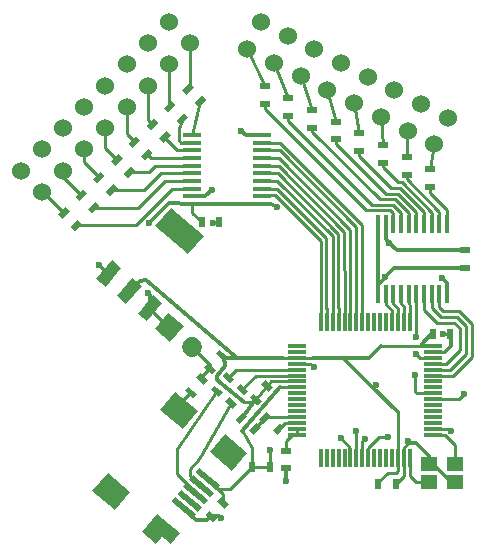
<source format=gtl>
G04 #@! TF.FileFunction,Copper,L1,Top,Signal*
%FSLAX46Y46*%
G04 Gerber Fmt 4.6, Leading zero omitted, Abs format (unit mm)*
G04 Created by KiCad (PCBNEW 4.0.2+dfsg1-stable) date Tue 19 Jul 2016 04:40:27 PM CEST*
%MOMM*%
G01*
G04 APERTURE LIST*
%ADD10C,0.100000*%
%ADD11R,1.500000X0.350000*%
%ADD12R,0.350000X1.500000*%
%ADD13C,1.727200*%
%ADD14C,1.524000*%
%ADD15R,1.500000X0.300000*%
%ADD16R,0.300000X1.500000*%
%ADD17R,0.900000X0.500000*%
%ADD18R,1.400000X1.150000*%
%ADD19R,0.500000X0.900000*%
%ADD20C,0.600000*%
%ADD21C,0.250000*%
%ADD22C,0.300000*%
G04 APERTURE END LIST*
D10*
G36*
X1120124Y-30412395D02*
X1891469Y-29493142D01*
X3806090Y-31099699D01*
X3034745Y-32018952D01*
X1120124Y-30412395D01*
X1120124Y-30412395D01*
G37*
G36*
X5128676Y-25943408D02*
X5450314Y-25560095D01*
X7213166Y-27039304D01*
X6891528Y-27422617D01*
X5128676Y-25943408D01*
X5128676Y-25943408D01*
G37*
G36*
X4614382Y-26556320D02*
X4936020Y-26173007D01*
X6698872Y-27652216D01*
X6377234Y-28035529D01*
X4614382Y-26556320D01*
X4614382Y-26556320D01*
G37*
G36*
X4100087Y-27169232D02*
X4421725Y-26785919D01*
X6184577Y-28265128D01*
X5862939Y-28648441D01*
X4100087Y-27169232D01*
X4100087Y-27169232D01*
G37*
G36*
X3585793Y-27782144D02*
X3907431Y-27398831D01*
X5670283Y-28878040D01*
X5348645Y-29261353D01*
X3585793Y-27782144D01*
X3585793Y-27782144D01*
G37*
G36*
X3071499Y-28395056D02*
X3393137Y-28011743D01*
X5155989Y-29490952D01*
X4834351Y-29874265D01*
X3071499Y-28395056D01*
X3071499Y-28395056D01*
G37*
G36*
X6327134Y-24206922D02*
X7612053Y-22675614D01*
X9526674Y-24282172D01*
X8241755Y-25813480D01*
X6327134Y-24206922D01*
X6327134Y-24206922D01*
G37*
G36*
X2114579Y-20672168D02*
X3399498Y-19140860D01*
X5314119Y-20747418D01*
X4029200Y-22278726D01*
X2114579Y-20672168D01*
X2114579Y-20672168D01*
G37*
G36*
X605649Y-31025025D02*
X1891224Y-29492936D01*
X3040291Y-30457117D01*
X1754716Y-31989206D01*
X605649Y-31025025D01*
X605649Y-31025025D01*
G37*
G36*
X-3606333Y-27490086D02*
X-2321414Y-25958778D01*
X-406793Y-27565336D01*
X-1691712Y-29096644D01*
X-3606333Y-27490086D01*
X-3606333Y-27490086D01*
G37*
D11*
X10750000Y-3225000D03*
X10750000Y-2575000D03*
X10750000Y-1925000D03*
X10750000Y-1275000D03*
X10750000Y-625000D03*
X10750000Y25000D03*
X10750000Y675000D03*
X10750000Y1325000D03*
X10750000Y1975000D03*
X10750000Y2625000D03*
X4850000Y2625000D03*
X4850000Y1975000D03*
X4850000Y1325000D03*
X4850000Y675000D03*
X4850000Y25000D03*
X4850000Y-625000D03*
X4850000Y-1275000D03*
X4850000Y-1925000D03*
X4850000Y-2575000D03*
X4850000Y-3225000D03*
D12*
X20575000Y-10850000D03*
X21225000Y-10850000D03*
X21875000Y-10850000D03*
X22525000Y-10850000D03*
X23175000Y-10850000D03*
X23825000Y-10850000D03*
X24475000Y-10850000D03*
X25125000Y-10850000D03*
X25775000Y-10850000D03*
X26425000Y-10850000D03*
X26425000Y-4950000D03*
X25775000Y-4950000D03*
X25125000Y-4950000D03*
X24475000Y-4950000D03*
X23825000Y-4950000D03*
X23175000Y-4950000D03*
X22525000Y-4950000D03*
X21875000Y-4950000D03*
X21225000Y-4950000D03*
X20575000Y-4950000D03*
D10*
G36*
X1683333Y-13806445D02*
X2793555Y-12483333D01*
X4116667Y-13593555D01*
X3006445Y-14916667D01*
X1683333Y-13806445D01*
X1683333Y-13806445D01*
G37*
D13*
X4845753Y-15332681D02*
X4845753Y-15332681D01*
D14*
X-7888154Y-2184205D03*
X-9684205Y-388154D03*
X-6092102Y-388154D03*
X-7888154Y1407898D03*
X-4296051Y1407898D03*
X-6092102Y3203949D03*
X-2500000Y3203949D03*
X-4296051Y5000000D03*
X-703949Y5000000D03*
X-2500000Y6796051D03*
X1092102Y6796051D03*
X-703949Y8592102D03*
X2888154Y8592102D03*
X1092102Y10388154D03*
X4684205Y10388154D03*
X2888154Y12184205D03*
X9502384Y9904397D03*
X10655520Y12167554D03*
X11765541Y8751261D03*
X12918677Y11014418D03*
X14028697Y7598126D03*
X15181833Y9861282D03*
X16291854Y6444990D03*
X17444990Y8708146D03*
X18555010Y5291854D03*
X19708146Y7555010D03*
X20818167Y4138718D03*
X21971303Y6401874D03*
X23081323Y2985582D03*
X24234459Y5248739D03*
X25344480Y1832446D03*
X26497616Y4095603D03*
D15*
X13750000Y-15250000D03*
X13750000Y-15750000D03*
X13750000Y-16250000D03*
X13750000Y-16750000D03*
X13750000Y-17250000D03*
X13750000Y-17750000D03*
X13750000Y-18250000D03*
X13750000Y-18750000D03*
X13750000Y-19250000D03*
X13750000Y-19750000D03*
X13750000Y-20250000D03*
X13750000Y-20750000D03*
X13750000Y-21250000D03*
X13750000Y-21750000D03*
X13750000Y-22250000D03*
X13750000Y-22750000D03*
D16*
X15750000Y-24750000D03*
X16250000Y-24750000D03*
X16750000Y-24750000D03*
X17250000Y-24750000D03*
X17750000Y-24750000D03*
X18250000Y-24750000D03*
X18750000Y-24750000D03*
X19250000Y-24750000D03*
X19750000Y-24750000D03*
X20250000Y-24750000D03*
X20750000Y-24750000D03*
X21250000Y-24750000D03*
X21750000Y-24750000D03*
X22250000Y-24750000D03*
X22750000Y-24750000D03*
X23250000Y-24750000D03*
D15*
X25250000Y-22750000D03*
X25250000Y-22250000D03*
X25250000Y-21750000D03*
X25250000Y-21250000D03*
X25250000Y-20750000D03*
X25250000Y-20250000D03*
X25250000Y-19750000D03*
X25250000Y-19250000D03*
X25250000Y-18750000D03*
X25250000Y-18250000D03*
X25250000Y-17750000D03*
X25250000Y-17250000D03*
X25250000Y-16750000D03*
X25250000Y-16250000D03*
X25250000Y-15750000D03*
X25250000Y-15250000D03*
D16*
X23250000Y-13250000D03*
X22750000Y-13250000D03*
X22250000Y-13250000D03*
X21750000Y-13250000D03*
X21250000Y-13250000D03*
X20750000Y-13250000D03*
X20250000Y-13250000D03*
X19750000Y-13250000D03*
X19250000Y-13250000D03*
X18750000Y-13250000D03*
X18250000Y-13250000D03*
X17750000Y-13250000D03*
X17250000Y-13250000D03*
X16750000Y-13250000D03*
X16250000Y-13250000D03*
X15750000Y-13250000D03*
D10*
G36*
X-6525305Y-4111091D02*
X-5888909Y-3474695D01*
X-5535355Y-3828249D01*
X-6171751Y-4464645D01*
X-6525305Y-4111091D01*
X-6525305Y-4111091D01*
G37*
G36*
X-5464645Y-5171751D02*
X-4828249Y-4535355D01*
X-4474695Y-4888909D01*
X-5111091Y-5525305D01*
X-5464645Y-5171751D01*
X-5464645Y-5171751D01*
G37*
G36*
X-5025305Y-2611091D02*
X-4388909Y-1974695D01*
X-4035355Y-2328249D01*
X-4671751Y-2964645D01*
X-5025305Y-2611091D01*
X-5025305Y-2611091D01*
G37*
G36*
X-3964645Y-3671751D02*
X-3328249Y-3035355D01*
X-2974695Y-3388909D01*
X-3611091Y-4025305D01*
X-3964645Y-3671751D01*
X-3964645Y-3671751D01*
G37*
G36*
X-3525305Y-1111091D02*
X-2888909Y-474695D01*
X-2535355Y-828249D01*
X-3171751Y-1464645D01*
X-3525305Y-1111091D01*
X-3525305Y-1111091D01*
G37*
G36*
X-2464645Y-2171751D02*
X-1828249Y-1535355D01*
X-1474695Y-1888909D01*
X-2111091Y-2525305D01*
X-2464645Y-2171751D01*
X-2464645Y-2171751D01*
G37*
G36*
X-2025305Y388909D02*
X-1388909Y1025305D01*
X-1035355Y671751D01*
X-1671751Y35355D01*
X-2025305Y388909D01*
X-2025305Y388909D01*
G37*
G36*
X-964645Y-671751D02*
X-328249Y-35355D01*
X25305Y-388909D01*
X-611091Y-1025305D01*
X-964645Y-671751D01*
X-964645Y-671751D01*
G37*
G36*
X-525305Y1888909D02*
X111091Y2525305D01*
X464645Y2171751D01*
X-171751Y1535355D01*
X-525305Y1888909D01*
X-525305Y1888909D01*
G37*
G36*
X535355Y828249D02*
X1171751Y1464645D01*
X1525305Y1111091D01*
X888909Y474695D01*
X535355Y828249D01*
X535355Y828249D01*
G37*
G36*
X974695Y3388909D02*
X1611091Y4025305D01*
X1964645Y3671751D01*
X1328249Y3035355D01*
X974695Y3388909D01*
X974695Y3388909D01*
G37*
G36*
X2035355Y2328249D02*
X2671751Y2964645D01*
X3025305Y2611091D01*
X2388909Y1974695D01*
X2035355Y2328249D01*
X2035355Y2328249D01*
G37*
G36*
X2474695Y4888909D02*
X3111091Y5525305D01*
X3464645Y5171751D01*
X2828249Y4535355D01*
X2474695Y4888909D01*
X2474695Y4888909D01*
G37*
G36*
X3535355Y3828249D02*
X4171751Y4464645D01*
X4525305Y4111091D01*
X3888909Y3474695D01*
X3535355Y3828249D01*
X3535355Y3828249D01*
G37*
G36*
X3974695Y6388909D02*
X4611091Y7025305D01*
X4964645Y6671751D01*
X4328249Y6035355D01*
X3974695Y6388909D01*
X3974695Y6388909D01*
G37*
G36*
X5035355Y5328249D02*
X5671751Y5964645D01*
X6025305Y5611091D01*
X5388909Y4974695D01*
X5035355Y5328249D01*
X5035355Y5328249D01*
G37*
D17*
X11000000Y6750000D03*
X11000000Y5250000D03*
X13000000Y5750000D03*
X13000000Y4250000D03*
X15000000Y4750000D03*
X15000000Y3250000D03*
X17000000Y3750000D03*
X17000000Y2250000D03*
X19000000Y2750000D03*
X19000000Y1250000D03*
X21000000Y1750000D03*
X21000000Y250000D03*
X23000000Y750000D03*
X23000000Y-750000D03*
X25000000Y-250000D03*
X25000000Y-1750000D03*
D18*
X24900000Y-26800000D03*
X27100000Y-26800000D03*
X27100000Y-25200000D03*
X24900000Y-25200000D03*
D17*
X12750000Y-24100000D03*
X12750000Y-25600000D03*
D10*
G36*
X4901932Y-19655299D02*
X4212492Y-19076790D01*
X4533886Y-18693767D01*
X5223326Y-19272276D01*
X4901932Y-19655299D01*
X4901932Y-19655299D01*
G37*
G36*
X5866114Y-18506233D02*
X5176674Y-17927724D01*
X5498068Y-17544701D01*
X6187508Y-18123210D01*
X5866114Y-18506233D01*
X5866114Y-18506233D01*
G37*
G36*
X7698068Y-17444701D02*
X8387508Y-18023210D01*
X8066114Y-18406233D01*
X7376674Y-17827724D01*
X7698068Y-17444701D01*
X7698068Y-17444701D01*
G37*
G36*
X6733886Y-18593767D02*
X7423326Y-19172276D01*
X7101932Y-19555299D01*
X6412492Y-18976790D01*
X6733886Y-18593767D01*
X6733886Y-18593767D01*
G37*
G36*
X8898068Y-18444701D02*
X9587508Y-19023210D01*
X9266114Y-19406233D01*
X8576674Y-18827724D01*
X8898068Y-18444701D01*
X8898068Y-18444701D01*
G37*
G36*
X7933886Y-19593767D02*
X8623326Y-20172276D01*
X8301932Y-20555299D01*
X7612492Y-19976790D01*
X7933886Y-19593767D01*
X7933886Y-19593767D01*
G37*
G36*
X10998068Y-18144701D02*
X11687508Y-18723210D01*
X11366114Y-19106233D01*
X10676674Y-18527724D01*
X10998068Y-18144701D01*
X10998068Y-18144701D01*
G37*
G36*
X10033886Y-19293767D02*
X10723326Y-19872276D01*
X10401932Y-20255299D01*
X9712492Y-19676790D01*
X10033886Y-19293767D01*
X10033886Y-19293767D01*
G37*
G36*
X10655299Y-22098068D02*
X10076790Y-22787508D01*
X9693767Y-22466114D01*
X10272276Y-21776674D01*
X10655299Y-22098068D01*
X10655299Y-22098068D01*
G37*
G36*
X9506233Y-21133886D02*
X8927724Y-21823326D01*
X8544701Y-21501932D01*
X9123210Y-20812492D01*
X9506233Y-21133886D01*
X9506233Y-21133886D01*
G37*
G36*
X12655299Y-22098068D02*
X12076790Y-22787508D01*
X11693767Y-22466114D01*
X12272276Y-21776674D01*
X12655299Y-22098068D01*
X12655299Y-22098068D01*
G37*
G36*
X11506233Y-21133886D02*
X10927724Y-21823326D01*
X10544701Y-21501932D01*
X11123210Y-20812492D01*
X11506233Y-21133886D01*
X11506233Y-21133886D01*
G37*
G36*
X1718471Y-5123292D02*
X3024615Y-3566690D01*
X5826499Y-5917750D01*
X4520355Y-7474352D01*
X1718471Y-5123292D01*
X1718471Y-5123292D01*
G37*
G36*
X-1514708Y-11031244D02*
X-208563Y-9474642D01*
X569738Y-10127714D01*
X-736407Y-11684316D01*
X-1514708Y-11031244D01*
X-1514708Y-11031244D01*
G37*
G36*
X236470Y-12500656D02*
X1542615Y-10944054D01*
X2320916Y-11597126D01*
X1014771Y-13153728D01*
X236470Y-12500656D01*
X236470Y-12500656D01*
G37*
G36*
X-3265885Y-9561831D02*
X-1959740Y-8005229D01*
X-1181439Y-8658301D01*
X-2487584Y-10214903D01*
X-3265885Y-9561831D01*
X-3265885Y-9561831D01*
G37*
D19*
X9950000Y-25500000D03*
X11450000Y-25500000D03*
X25200000Y-14250000D03*
X26700000Y-14250000D03*
D10*
G36*
X7148068Y-15544701D02*
X7837508Y-16123210D01*
X7516114Y-16506233D01*
X6826674Y-15927724D01*
X7148068Y-15544701D01*
X7148068Y-15544701D01*
G37*
G36*
X6183886Y-16693767D02*
X6873326Y-17272276D01*
X6551932Y-17655299D01*
X5862492Y-17076790D01*
X6183886Y-16693767D01*
X6183886Y-16693767D01*
G37*
G36*
X7248068Y-28044701D02*
X7937508Y-28623210D01*
X7616114Y-29006233D01*
X6926674Y-28427724D01*
X7248068Y-28044701D01*
X7248068Y-28044701D01*
G37*
G36*
X6283886Y-29193767D02*
X6973326Y-29772276D01*
X6651932Y-30155299D01*
X5962492Y-29576790D01*
X6283886Y-29193767D01*
X6283886Y-29193767D01*
G37*
D17*
X27950000Y-8650000D03*
X27950000Y-7150000D03*
D19*
X5650000Y-4750000D03*
X7150000Y-4750000D03*
X20600000Y-26900000D03*
X22100000Y-26900000D03*
D20*
X23150000Y-23300000D03*
X6600000Y-4800000D03*
X21500000Y-6500000D03*
X7250000Y-29800000D03*
X15150000Y-17050000D03*
X26100000Y-14250000D03*
X12800000Y-26700000D03*
X-3050000Y-8350000D03*
X26000000Y-9500000D03*
X9000000Y3000000D03*
X6500000Y-2000000D03*
X23800000Y-15900000D03*
X23800000Y-14500000D03*
X11450000Y-24050000D03*
X1200000Y-4850000D03*
X1100000Y-10750000D03*
X21150000Y-9400000D03*
X12000000Y-3500000D03*
X20450000Y-18550000D03*
X17450000Y-23050000D03*
X18750000Y-22450000D03*
X19450000Y-23100000D03*
X23750000Y-17700000D03*
X21450000Y-22950000D03*
X27850000Y-19350000D03*
X26800000Y-22400000D03*
D21*
X22750000Y-24750000D02*
X22750000Y-26250000D01*
X22750000Y-26250000D02*
X22100000Y-26900000D01*
X23100000Y-23500000D02*
X23100000Y-23350000D01*
X23100000Y-23350000D02*
X23150000Y-23300000D01*
X7150000Y-4750000D02*
X6650000Y-4750000D01*
X6650000Y-4750000D02*
X6600000Y-4800000D01*
D22*
X27950000Y-7150000D02*
X22150000Y-7150000D01*
X21225000Y-6225000D02*
X21500000Y-6500000D01*
X21225000Y-6225000D02*
X21225000Y-4950000D01*
X22150000Y-7150000D02*
X21500000Y-6500000D01*
D21*
X5682091Y-18025467D02*
X5682091Y-17860351D01*
D22*
X5682091Y-17860351D02*
X6367909Y-17174533D01*
X6467909Y-29674533D02*
X7124533Y-29674533D01*
D21*
X7124533Y-29674533D02*
X7250000Y-29800000D01*
X6467909Y-29674533D02*
X6425467Y-29674533D01*
D22*
X6425467Y-29674533D02*
X6100000Y-30000000D01*
X6100000Y-30000000D02*
X5170740Y-30000000D01*
X5170740Y-30000000D02*
X4113744Y-28943004D01*
D21*
X13750000Y-16750000D02*
X14850000Y-16750000D01*
X14850000Y-16750000D02*
X15150000Y-17050000D01*
X6367909Y-17174533D02*
X6367909Y-16854837D01*
D22*
X6367909Y-16854837D02*
X4845753Y-15332681D01*
D21*
X26700000Y-14250000D02*
X26100000Y-14250000D01*
D22*
X26750000Y-14100000D02*
X26750000Y-15250000D01*
D21*
X26250000Y-15750000D02*
X25250000Y-15750000D01*
D22*
X26750000Y-15250000D02*
X26250000Y-15750000D01*
X12750000Y-25600000D02*
X12750000Y-26650000D01*
X12750000Y-26650000D02*
X12800000Y-26700000D01*
X-2223662Y-9110066D02*
X-2289934Y-9110066D01*
X-2289934Y-9110066D02*
X-3050000Y-8350000D01*
D21*
X12750000Y-25600000D02*
X12750000Y-25600000D01*
D22*
X4113744Y-28943004D02*
X4143004Y-28943004D01*
X26425000Y-10850000D02*
X26425000Y-9925000D01*
X26425000Y-9925000D02*
X26000000Y-9500000D01*
X4850000Y-2575000D02*
X5925000Y-2575000D01*
X10750000Y2625000D02*
X9375000Y2625000D01*
X9375000Y2625000D02*
X9000000Y3000000D01*
D21*
X22750000Y-24750000D02*
X22750000Y-23850000D01*
X24900000Y-24600000D02*
X24900000Y-25200000D01*
D22*
X23800000Y-23500000D02*
X24900000Y-24600000D01*
D21*
X27100000Y-26800000D02*
X26800000Y-26800000D01*
D22*
X26800000Y-26800000D02*
X25200000Y-25200000D01*
D21*
X25200000Y-25200000D02*
X24900000Y-25200000D01*
D22*
X5925000Y-2575000D02*
X6500000Y-2000000D01*
X23100000Y-23500000D02*
X23800000Y-23500000D01*
D21*
X22750000Y-23850000D02*
X23100000Y-23500000D01*
X-4969670Y-5030330D02*
X69670Y-5030330D01*
X3175000Y-1925000D02*
X4850000Y-1925000D01*
X69670Y-5030330D02*
X3175000Y-1925000D01*
X-3469670Y-3530330D02*
X269670Y-3530330D01*
X2525000Y-1275000D02*
X4850000Y-1275000D01*
X269670Y-3530330D02*
X2525000Y-1275000D01*
X-1969670Y-2030330D02*
X769670Y-2030330D01*
X2175000Y-625000D02*
X4850000Y-625000D01*
X769670Y-2030330D02*
X2175000Y-625000D01*
X-469670Y-530330D02*
X1169670Y-530330D01*
X1725000Y25000D02*
X4850000Y25000D01*
X1169670Y-530330D02*
X1725000Y25000D01*
X1325000Y675000D02*
X1030330Y969670D01*
X4850000Y675000D02*
X1325000Y675000D01*
X2530330Y2469670D02*
X2530330Y2369670D01*
X2530330Y2369670D02*
X3575000Y1325000D01*
X3575000Y1325000D02*
X4850000Y1325000D01*
X4030330Y3969670D02*
X4030330Y3969670D01*
X4030330Y3969670D02*
X3700000Y3200000D01*
X3925000Y1975000D02*
X4850000Y1975000D01*
X3700000Y2200000D02*
X3925000Y1975000D01*
X3700000Y3200000D02*
X3700000Y2200000D01*
X5530330Y5469670D02*
X4850000Y2625000D01*
X4850000Y2625000D02*
X4850000Y2625000D01*
X21875000Y-4550000D02*
X21875000Y-4005000D01*
X11000000Y4840000D02*
X11000000Y5250000D01*
X19600000Y-3760000D02*
X11000000Y4840000D01*
X21630000Y-3760000D02*
X19600000Y-3760000D01*
X21875000Y-4005000D02*
X21630000Y-3760000D01*
X22525000Y-4550000D02*
X22525000Y-4005000D01*
X13000000Y3820000D02*
X13000000Y4250000D01*
X20110000Y-3290000D02*
X13000000Y3820000D01*
X21810000Y-3290000D02*
X20110000Y-3290000D01*
X22525000Y-4005000D02*
X21810000Y-3290000D01*
X23175000Y-4550000D02*
X23175000Y-4005000D01*
X15000000Y2900000D02*
X15000000Y3250000D01*
X20730000Y-2830000D02*
X15000000Y2900000D01*
X22000000Y-2830000D02*
X20730000Y-2830000D01*
X23175000Y-4005000D02*
X22000000Y-2830000D01*
X23825000Y-4550000D02*
X23825000Y-3925000D01*
X17000000Y1850000D02*
X17000000Y2250000D01*
X21225000Y-2375000D02*
X17000000Y1850000D01*
X22275000Y-2375000D02*
X21225000Y-2375000D01*
X23825000Y-3925000D02*
X22275000Y-2375000D01*
X24475000Y-4550000D02*
X24475000Y-3938602D01*
X19000000Y825000D02*
X19000000Y1250000D01*
X21706801Y-1881801D02*
X19000000Y825000D01*
X22418199Y-1881801D02*
X21706801Y-1881801D01*
X24475000Y-3938602D02*
X22418199Y-1881801D01*
X25125000Y-4950000D02*
X25125000Y-3952204D01*
X21000000Y-100000D02*
X21000000Y250000D01*
X22300000Y-1400000D02*
X21000000Y-100000D01*
X22572796Y-1400000D02*
X22300000Y-1400000D01*
X25125000Y-3952204D02*
X22572796Y-1400000D01*
X25775000Y-4950000D02*
X25775000Y-3875000D01*
X23000000Y-1100000D02*
X23000000Y-750000D01*
X25775000Y-3875000D02*
X23000000Y-1100000D01*
X26425000Y-4950000D02*
X26425000Y-3725000D01*
X25000000Y-2300000D02*
X25000000Y-1750000D01*
X26425000Y-3725000D02*
X25000000Y-2300000D01*
X23250000Y-24750000D02*
X23250000Y-26250000D01*
X23800000Y-26800000D02*
X24900000Y-26800000D01*
X23250000Y-26250000D02*
X23800000Y-26800000D01*
X25250000Y-22750000D02*
X26250000Y-22750000D01*
X27100000Y-23600000D02*
X27100000Y-25200000D01*
X26250000Y-22750000D02*
X27100000Y-23600000D01*
X25775000Y-10850000D02*
X25775000Y-11975000D01*
X26950000Y-17750000D02*
X25250000Y-17750000D01*
X28500000Y-16200000D02*
X26950000Y-17750000D01*
X28500000Y-13350000D02*
X28500000Y-16200000D01*
X27450000Y-12300000D02*
X28500000Y-13350000D01*
X26100000Y-12300000D02*
X27450000Y-12300000D01*
X25775000Y-11975000D02*
X26100000Y-12300000D01*
X25125000Y-10850000D02*
X25125000Y-12025000D01*
X26650000Y-17250000D02*
X25250000Y-17250000D01*
X28000000Y-15900000D02*
X26650000Y-17250000D01*
X28000000Y-13550000D02*
X28000000Y-15900000D01*
X27250000Y-12800000D02*
X28000000Y-13550000D01*
X25900000Y-12800000D02*
X27250000Y-12800000D01*
X25125000Y-12025000D02*
X25900000Y-12800000D01*
X24475000Y-10850000D02*
X24475000Y-12175000D01*
X26350000Y-16750000D02*
X25250000Y-16750000D01*
X27500000Y-15600000D02*
X26350000Y-16750000D01*
X27500000Y-13750000D02*
X27500000Y-15600000D01*
X27050000Y-13300000D02*
X27500000Y-13750000D01*
X25600000Y-13300000D02*
X27050000Y-13300000D01*
X24475000Y-12175000D02*
X25600000Y-13300000D01*
X23825000Y-10850000D02*
X23825000Y-14475000D01*
X24150000Y-16250000D02*
X25250000Y-16250000D01*
X23800000Y-15900000D02*
X24150000Y-16250000D01*
X23825000Y-14475000D02*
X23800000Y-14500000D01*
X23250000Y-13250000D02*
X23250000Y-11763602D01*
X23175000Y-11688602D02*
X23175000Y-10450000D01*
X23250000Y-11763602D02*
X23175000Y-11688602D01*
X22750000Y-13250000D02*
X22750000Y-11900000D01*
X22525000Y-11675000D02*
X22525000Y-10450000D01*
X22750000Y-11900000D02*
X22525000Y-11675000D01*
X22250000Y-13250000D02*
X22250000Y-12050000D01*
X21875000Y-11675000D02*
X21875000Y-10450000D01*
X22250000Y-12050000D02*
X21875000Y-11675000D01*
X21750000Y-13250000D02*
X21750000Y-12250000D01*
X21225000Y-11725000D02*
X21225000Y-10450000D01*
X21750000Y-12250000D02*
X21225000Y-11725000D01*
X19250000Y-13250000D02*
X19250000Y-12400000D01*
X19250000Y-12400000D02*
X19250000Y-12400000D01*
X19250000Y-12400000D02*
X19250000Y-5000000D01*
X19250000Y-5000000D02*
X12275000Y1975000D01*
X12275000Y1975000D02*
X10650000Y1975000D01*
X18750000Y-13250000D02*
X18750000Y-12250000D01*
X18750000Y-12250000D02*
X18749998Y-12250003D01*
X18749998Y-12250003D02*
X18749998Y-5175000D01*
X18749998Y-5175000D02*
X12249998Y1325000D01*
X12249998Y1325000D02*
X10650000Y1325000D01*
X18250000Y-13250000D02*
X18250000Y-12170000D01*
X12175000Y675000D02*
X10750000Y675000D01*
X18250000Y-5400000D02*
X12175000Y675000D01*
X18250000Y-12170000D02*
X18250000Y-5400000D01*
X18250000Y-12170000D02*
X18250000Y-12170000D01*
X17750000Y-13250000D02*
X17750000Y-12110000D01*
X12174883Y25000D02*
X10750000Y25000D01*
X17739402Y-5633274D02*
X12174883Y25000D01*
X17744347Y-12120187D02*
X17739402Y-5633274D01*
X17750000Y-12110000D02*
X17744347Y-12120187D01*
X17250000Y-13250000D02*
X17250000Y-12030000D01*
X12075000Y-625000D02*
X10550000Y-625000D01*
X17230000Y-5780000D02*
X12075000Y-625000D01*
X17230000Y-12069070D02*
X17230000Y-5780000D01*
X17250000Y-12030000D02*
X17230000Y-12069070D01*
X16750000Y-13250000D02*
X16750000Y-11960000D01*
X12059998Y-1275000D02*
X10250000Y-1275000D01*
X16730000Y-5945002D02*
X12059998Y-1275000D01*
X16730000Y-12002791D02*
X16730000Y-5945002D01*
X16750000Y-11960000D02*
X16730000Y-12002791D01*
X16250000Y-13250000D02*
X16250000Y-12050000D01*
X11995000Y-1925000D02*
X10350000Y-1925000D01*
X16206091Y-6136091D02*
X11995000Y-1925000D01*
X16219706Y-12126906D02*
X16206091Y-6136091D01*
X16250000Y-12050000D02*
X16219706Y-12126906D01*
X15750000Y-13250000D02*
X15750000Y-11870000D01*
X11889998Y-2475000D02*
X10650000Y-2475000D01*
X15750000Y-6335002D02*
X11889998Y-2475000D01*
X15750000Y-11870000D02*
X15750000Y-6335002D01*
X15750000Y-11870000D02*
X15750000Y-11870000D01*
X11000000Y6750000D02*
X11050000Y6750000D01*
X11000000Y6750000D02*
X9502384Y9904397D01*
X11050000Y6750000D02*
X11000000Y6750000D01*
X13000000Y5750000D02*
X13000000Y5750000D01*
X11765541Y8751261D02*
X11765541Y8751261D01*
X13000000Y5750000D02*
X11765541Y8751261D01*
X15000000Y4750000D02*
X15000000Y4750000D01*
X15000000Y4750000D02*
X14028697Y7598126D01*
X17000000Y3750000D02*
X17000000Y3750000D01*
X17000000Y3750000D02*
X16291854Y6444990D01*
X19000000Y2750000D02*
X19000000Y2750000D01*
X19000000Y2750000D02*
X18555010Y5291854D01*
X21000000Y1750000D02*
X21000000Y1750000D01*
X21000000Y1750000D02*
X20818167Y4138718D01*
X23000000Y750000D02*
X23000000Y2904259D01*
X23000000Y2904259D02*
X23081323Y2985582D01*
X25000000Y-250000D02*
X25000000Y-250000D01*
X25000000Y-250000D02*
X25344480Y1832446D01*
X-7888154Y-2184205D02*
X-7815795Y-2184205D01*
X-7815795Y-2184205D02*
X-6030330Y-3969670D01*
X-6092102Y-388154D02*
X-6092102Y-907898D01*
X-6092102Y-907898D02*
X-4530330Y-2469670D01*
X-4296051Y1407898D02*
X-4296051Y296051D01*
X-4296051Y296051D02*
X-3030330Y-969670D01*
X-2500000Y3203949D02*
X-2500000Y1500000D01*
X-2500000Y1500000D02*
X-1530330Y530330D01*
X-703949Y5000000D02*
X-703949Y2703949D01*
X-703949Y2703949D02*
X-30330Y2030330D01*
X1092102Y6796051D02*
X1092102Y3907898D01*
X1092102Y3907898D02*
X1469670Y3530330D01*
X2888154Y8592102D02*
X2888154Y5111846D01*
X2888154Y5111846D02*
X2969670Y5030330D01*
X4684205Y10388154D02*
X4684205Y6744865D01*
X4684205Y6744865D02*
X4469670Y6530330D01*
X11450000Y-25500000D02*
X9950000Y-25500000D01*
X11450000Y-25500000D02*
X11450000Y-24050000D01*
X4850000Y-3225000D02*
X4850000Y-3950000D01*
X4850000Y-3950000D02*
X5650000Y-4750000D01*
D22*
X27950000Y-8650000D02*
X21900000Y-8650000D01*
X21900000Y-8650000D02*
X21150000Y-9400000D01*
X1278693Y-12048891D02*
X1278693Y-10928693D01*
X2920233Y-3105820D02*
X4850000Y-3225000D01*
X2970233Y-3105820D02*
X2920233Y-3105820D01*
X2920233Y-3105820D02*
X2970233Y-3105820D01*
X1200000Y-4850000D02*
X2920233Y-3105820D01*
X1278693Y-10928693D02*
X1100000Y-10750000D01*
D21*
X20575000Y-9975000D02*
X21150000Y-9400000D01*
X20575000Y-10850000D02*
X20575000Y-9975000D01*
X11497538Y-3259692D02*
X10750000Y-3225000D01*
D22*
X12000000Y-3500000D02*
X11497538Y-3259692D01*
D21*
X10750000Y-3225000D02*
X11425000Y-3225000D01*
D22*
X20575000Y-10850000D02*
X20575000Y-4950000D01*
X10750000Y-3225000D02*
X4850000Y-3225000D01*
D21*
X1278693Y-12048891D02*
X1278693Y-12078693D01*
D22*
X1278693Y-12078693D02*
X2900000Y-13700000D01*
D21*
X7039783Y-27360218D02*
X8089782Y-27360218D01*
X8089782Y-27360218D02*
X9950000Y-25500000D01*
X7432091Y-28525467D02*
X7432091Y-27752526D01*
X7432091Y-27752526D02*
X7039783Y-27360218D01*
X7039783Y-27360218D02*
X6170921Y-26491356D01*
X9075387Y-22429228D02*
X9026058Y-22387689D01*
X9917909Y-23867909D02*
X9917909Y-25624533D01*
X9026058Y-22387689D02*
X9917909Y-23867909D01*
X9075387Y-22429227D02*
X9075387Y-22429228D01*
X9925175Y-25473452D02*
X9925175Y-25473452D01*
D22*
X12250000Y-18750000D02*
X9075387Y-22429228D01*
D21*
X13750000Y-18750000D02*
X12250000Y-18750000D01*
X6659801Y-26980236D02*
X6170921Y-26491356D01*
X13750000Y-22750000D02*
X13750000Y-22250000D01*
X13750000Y-22750000D02*
X13300000Y-22750000D01*
X13300000Y-22750000D02*
X12750000Y-23300000D01*
X12750000Y-23300000D02*
X12750000Y-24100000D01*
X3714349Y-20709793D02*
X3714349Y-20178093D01*
X3714349Y-20178093D02*
X4717909Y-19174533D01*
X3714349Y-20709793D02*
X3714349Y-20078093D01*
X13750000Y-17250000D02*
X8557558Y-17250000D01*
X8557558Y-17250000D02*
X7882091Y-17925467D01*
X13750000Y-17750000D02*
X10257558Y-17750000D01*
X10257558Y-17750000D02*
X9082091Y-18925467D01*
X20600000Y-26900000D02*
X20600000Y-26800000D01*
X20600000Y-26800000D02*
X21400000Y-26000000D01*
X21400000Y-26000000D02*
X22100000Y-26000000D01*
X22100000Y-26000000D02*
X22250000Y-25850000D01*
X22250000Y-25850000D02*
X22250000Y-24750000D01*
X11182091Y-18625467D02*
X11557558Y-18250000D01*
X11557558Y-18250000D02*
X13750000Y-18250000D01*
X20400000Y-18600000D02*
X20000000Y-18600000D01*
X20450000Y-18550000D02*
X20400000Y-18600000D01*
X10217909Y-19774533D02*
X10217909Y-19589649D01*
X10217909Y-19589649D02*
X10217909Y-19774533D01*
X9025467Y-21317909D02*
X9025467Y-21317909D01*
D22*
X9025467Y-21317909D02*
X10217909Y-19774533D01*
D21*
X9203147Y-19999801D02*
X9992641Y-19999801D01*
D22*
X6919048Y-17815580D02*
X7631523Y-16944480D01*
X6950000Y-18150000D02*
X6919048Y-17815580D01*
X9203147Y-19999801D02*
X6950000Y-18150000D01*
X7500000Y-16193376D02*
X7631523Y-16944480D01*
D21*
X9992641Y-19999801D02*
X10217909Y-19774533D01*
X7500000Y-16193376D02*
X7332091Y-16025467D01*
D22*
X8650000Y-16250000D02*
X7556624Y-16250000D01*
D21*
X7556624Y-16250000D02*
X7332091Y-16025467D01*
X24300000Y-15250000D02*
X24300000Y-15050000D01*
D22*
X24300000Y-15050000D02*
X25250000Y-14100000D01*
D21*
X25250000Y-15250000D02*
X24300000Y-15250000D01*
X24300000Y-15250000D02*
X20850000Y-15250000D01*
D22*
X20850000Y-15250000D02*
X19850000Y-16250000D01*
X19850000Y-16250000D02*
X17650000Y-16250000D01*
D21*
X13750000Y-16250000D02*
X12500000Y-16250000D01*
D22*
X406994Y-9700000D02*
X-472485Y-10579479D01*
X909517Y-9654024D02*
X406994Y-9700000D01*
X8650000Y-16250000D02*
X909517Y-9654024D01*
X12500000Y-16250000D02*
X8650000Y-16250000D01*
D21*
X22250000Y-24750000D02*
X22250000Y-20850000D01*
D22*
X22250000Y-20850000D02*
X20000000Y-18600000D01*
X20000000Y-18600000D02*
X17650000Y-16250000D01*
X17650000Y-16250000D02*
X15050000Y-16250000D01*
D21*
X15050000Y-16250000D02*
X13750000Y-16250000D01*
X10232091Y-19875467D02*
X10232091Y-20060351D01*
X13750000Y-18250000D02*
X11557558Y-18250000D01*
X11557558Y-18250000D02*
X10217909Y-19774533D01*
X10174533Y-22282091D02*
X10174533Y-22168843D01*
X10174533Y-22168843D02*
X11025467Y-21317909D01*
X13750000Y-21250000D02*
X11093376Y-21250000D01*
X11093376Y-21250000D02*
X11025467Y-21317909D01*
X13750000Y-21750000D02*
X12706624Y-21750000D01*
X12706624Y-21750000D02*
X12174533Y-22282091D01*
X5656627Y-27104268D02*
X5554268Y-27104268D01*
X5554268Y-27104268D02*
X4700000Y-26250000D01*
X4700000Y-26250000D02*
X4700000Y-25700000D01*
X4700000Y-25700000D02*
X5449244Y-24780903D01*
X5449244Y-24780903D02*
X8100000Y-20100000D01*
X8100000Y-20100000D02*
X8117909Y-20074533D01*
X6917909Y-19074533D02*
X6900000Y-19100000D01*
X3550000Y-26100000D02*
X5142332Y-27717180D01*
X3550000Y-24000000D02*
X3550000Y-26100000D01*
X6900000Y-19100000D02*
X3550000Y-24000000D01*
X18250000Y-23850000D02*
X18250000Y-24750000D01*
X17450000Y-23050000D02*
X18250000Y-23850000D01*
X18750000Y-24750000D02*
X18750000Y-22450000D01*
X19450000Y-23100000D02*
X19250000Y-23300000D01*
X19250000Y-23300000D02*
X19250000Y-24750000D01*
X23750000Y-17700000D02*
X23750000Y-19100000D01*
X23750000Y-19100000D02*
X23900000Y-19250000D01*
X23900000Y-19250000D02*
X25250000Y-19250000D01*
X19750000Y-24750000D02*
X19750000Y-23850000D01*
X20650000Y-22950000D02*
X21450000Y-22950000D01*
X19750000Y-23850000D02*
X20650000Y-22950000D01*
X27850000Y-19350000D02*
X27450000Y-19750000D01*
X27450000Y-19750000D02*
X25250000Y-19750000D01*
X25250000Y-22250000D02*
X26650000Y-22250000D01*
X26650000Y-22250000D02*
X26800000Y-22400000D01*
M02*

</source>
